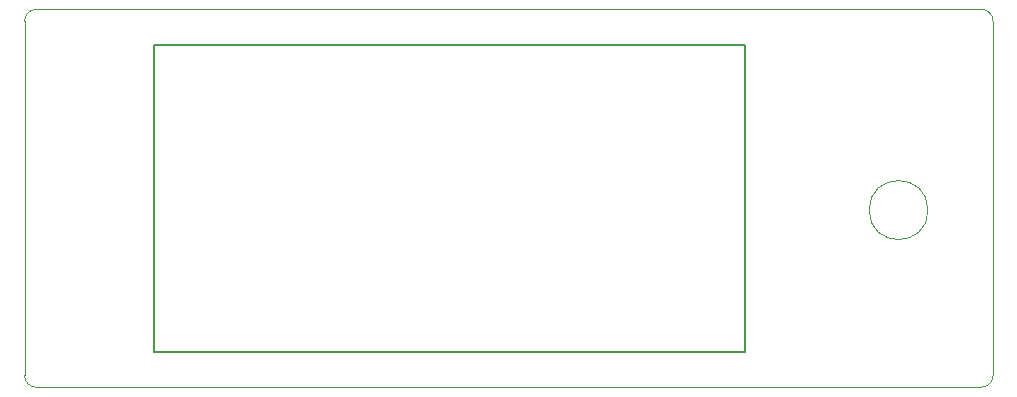
<source format=gbr>
G04 #@! TF.GenerationSoftware,KiCad,Pcbnew,(5.1.2)-1*
G04 #@! TF.CreationDate,2024-07-18T19:55:13+09:00*
G04 #@! TF.ProjectId,pc_front,70635f66-726f-46e7-942e-6b696361645f,v1.1*
G04 #@! TF.SameCoordinates,Original*
G04 #@! TF.FileFunction,Profile,NP*
%FSLAX46Y46*%
G04 Gerber Fmt 4.6, Leading zero omitted, Abs format (unit mm)*
G04 Created by KiCad (PCBNEW (5.1.2)-1) date 2024-07-18 19:55:13*
%MOMM*%
%LPD*%
G04 APERTURE LIST*
%ADD10C,0.050000*%
%ADD11C,0.150000*%
G04 APERTURE END LIST*
D10*
X180500000Y-126000000D02*
G75*
G03X180500000Y-126000000I-2500000J0D01*
G01*
X104000000Y-110000000D02*
G75*
G02X105000000Y-109000000I1000000J0D01*
G01*
X185000000Y-109000000D02*
G75*
G02X186000000Y-110000000I0J-1000000D01*
G01*
X186000000Y-140000000D02*
G75*
G02X185000000Y-141000000I-1000000J0D01*
G01*
X105000000Y-141000000D02*
G75*
G02X104000000Y-140000000I0J1000000D01*
G01*
D11*
X165000000Y-112000000D02*
X115000000Y-112000000D01*
X165000000Y-138000000D02*
X165000000Y-112000000D01*
X115000000Y-138000000D02*
X165000000Y-138000000D01*
X115000000Y-112000000D02*
X115000000Y-138000000D01*
D10*
X104000000Y-110000000D02*
X104000000Y-140000000D01*
X185000000Y-109000000D02*
X105000000Y-109000000D01*
X186000000Y-140000000D02*
X186000000Y-110000000D01*
X105000000Y-141000000D02*
X185000000Y-141000000D01*
M02*

</source>
